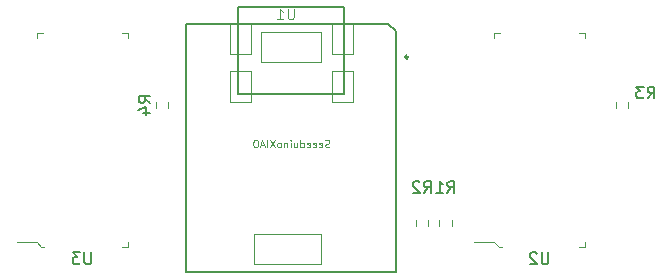
<source format=gbr>
%TF.GenerationSoftware,KiCad,Pcbnew,(6.0.9)*%
%TF.CreationDate,2022-12-02T11:33:43-08:00*%
%TF.ProjectId,keyboard_left,6b657962-6f61-4726-945f-6c6566742e6b,rev?*%
%TF.SameCoordinates,Original*%
%TF.FileFunction,Legend,Bot*%
%TF.FilePolarity,Positive*%
%FSLAX46Y46*%
G04 Gerber Fmt 4.6, Leading zero omitted, Abs format (unit mm)*
G04 Created by KiCad (PCBNEW (6.0.9)) date 2022-12-02 11:33:43*
%MOMM*%
%LPD*%
G01*
G04 APERTURE LIST*
%ADD10C,0.150000*%
%ADD11C,0.101600*%
%ADD12C,0.076200*%
%ADD13C,0.120000*%
%ADD14C,0.100000*%
%ADD15C,0.066040*%
%ADD16C,0.127000*%
%ADD17C,0.254000*%
G04 APERTURE END LIST*
D10*
%TO.C,R1*%
X101666666Y-35952380D02*
X102000000Y-35476190D01*
X102238095Y-35952380D02*
X102238095Y-34952380D01*
X101857142Y-34952380D01*
X101761904Y-35000000D01*
X101714285Y-35047619D01*
X101666666Y-35142857D01*
X101666666Y-35285714D01*
X101714285Y-35380952D01*
X101761904Y-35428571D01*
X101857142Y-35476190D01*
X102238095Y-35476190D01*
X100714285Y-35952380D02*
X101285714Y-35952380D01*
X101000000Y-35952380D02*
X101000000Y-34952380D01*
X101095238Y-35095238D01*
X101190476Y-35190476D01*
X101285714Y-35238095D01*
%TO.C,U3*%
X71501904Y-40992380D02*
X71501904Y-41801904D01*
X71454285Y-41897142D01*
X71406666Y-41944761D01*
X71311428Y-41992380D01*
X71120952Y-41992380D01*
X71025714Y-41944761D01*
X70978095Y-41897142D01*
X70930476Y-41801904D01*
X70930476Y-40992380D01*
X70549523Y-40992380D02*
X69930476Y-40992380D01*
X70263809Y-41373333D01*
X70120952Y-41373333D01*
X70025714Y-41420952D01*
X69978095Y-41468571D01*
X69930476Y-41563809D01*
X69930476Y-41801904D01*
X69978095Y-41897142D01*
X70025714Y-41944761D01*
X70120952Y-41992380D01*
X70406666Y-41992380D01*
X70501904Y-41944761D01*
X70549523Y-41897142D01*
%TO.C,R2*%
X99666666Y-35952380D02*
X100000000Y-35476190D01*
X100238095Y-35952380D02*
X100238095Y-34952380D01*
X99857142Y-34952380D01*
X99761904Y-35000000D01*
X99714285Y-35047619D01*
X99666666Y-35142857D01*
X99666666Y-35285714D01*
X99714285Y-35380952D01*
X99761904Y-35428571D01*
X99857142Y-35476190D01*
X100238095Y-35476190D01*
X99285714Y-35047619D02*
X99238095Y-35000000D01*
X99142857Y-34952380D01*
X98904761Y-34952380D01*
X98809523Y-35000000D01*
X98761904Y-35047619D01*
X98714285Y-35142857D01*
X98714285Y-35238095D01*
X98761904Y-35380952D01*
X99333333Y-35952380D01*
X98714285Y-35952380D01*
%TO.C,R3*%
X118616666Y-27952380D02*
X118950000Y-27476190D01*
X119188095Y-27952380D02*
X119188095Y-26952380D01*
X118807142Y-26952380D01*
X118711904Y-27000000D01*
X118664285Y-27047619D01*
X118616666Y-27142857D01*
X118616666Y-27285714D01*
X118664285Y-27380952D01*
X118711904Y-27428571D01*
X118807142Y-27476190D01*
X119188095Y-27476190D01*
X118283333Y-26952380D02*
X117664285Y-26952380D01*
X117997619Y-27333333D01*
X117854761Y-27333333D01*
X117759523Y-27380952D01*
X117711904Y-27428571D01*
X117664285Y-27523809D01*
X117664285Y-27761904D01*
X117711904Y-27857142D01*
X117759523Y-27904761D01*
X117854761Y-27952380D01*
X118140476Y-27952380D01*
X118235714Y-27904761D01*
X118283333Y-27857142D01*
%TO.C,R4*%
X76522380Y-28333333D02*
X76046190Y-28000000D01*
X76522380Y-27761904D02*
X75522380Y-27761904D01*
X75522380Y-28142857D01*
X75570000Y-28238095D01*
X75617619Y-28285714D01*
X75712857Y-28333333D01*
X75855714Y-28333333D01*
X75950952Y-28285714D01*
X75998571Y-28238095D01*
X76046190Y-28142857D01*
X76046190Y-27761904D01*
X75855714Y-29190476D02*
X76522380Y-29190476D01*
X75474761Y-28952380D02*
X76189047Y-28714285D01*
X76189047Y-29333333D01*
D11*
%TO.C,U1*%
X88677243Y-20350976D02*
X88677243Y-21070643D01*
X88634910Y-21155310D01*
X88592576Y-21197643D01*
X88507910Y-21239976D01*
X88338576Y-21239976D01*
X88253910Y-21197643D01*
X88211576Y-21155310D01*
X88169243Y-21070643D01*
X88169243Y-20350976D01*
X87280243Y-21239976D02*
X87788243Y-21239976D01*
X87534243Y-21239976D02*
X87534243Y-20350976D01*
X87618910Y-20477976D01*
X87703576Y-20562643D01*
X87788243Y-20604976D01*
D12*
X91666581Y-32070052D02*
X91579495Y-32099081D01*
X91434352Y-32099081D01*
X91376295Y-32070052D01*
X91347267Y-32041024D01*
X91318238Y-31982967D01*
X91318238Y-31924910D01*
X91347267Y-31866852D01*
X91376295Y-31837824D01*
X91434352Y-31808795D01*
X91550467Y-31779767D01*
X91608524Y-31750738D01*
X91637552Y-31721710D01*
X91666581Y-31663652D01*
X91666581Y-31605595D01*
X91637552Y-31547538D01*
X91608524Y-31518510D01*
X91550467Y-31489481D01*
X91405324Y-31489481D01*
X91318238Y-31518510D01*
X90824752Y-32070052D02*
X90882810Y-32099081D01*
X90998924Y-32099081D01*
X91056981Y-32070052D01*
X91086010Y-32011995D01*
X91086010Y-31779767D01*
X91056981Y-31721710D01*
X90998924Y-31692681D01*
X90882810Y-31692681D01*
X90824752Y-31721710D01*
X90795724Y-31779767D01*
X90795724Y-31837824D01*
X91086010Y-31895881D01*
X90302238Y-32070052D02*
X90360295Y-32099081D01*
X90476410Y-32099081D01*
X90534467Y-32070052D01*
X90563495Y-32011995D01*
X90563495Y-31779767D01*
X90534467Y-31721710D01*
X90476410Y-31692681D01*
X90360295Y-31692681D01*
X90302238Y-31721710D01*
X90273210Y-31779767D01*
X90273210Y-31837824D01*
X90563495Y-31895881D01*
X89779724Y-32070052D02*
X89837781Y-32099081D01*
X89953895Y-32099081D01*
X90011952Y-32070052D01*
X90040981Y-32011995D01*
X90040981Y-31779767D01*
X90011952Y-31721710D01*
X89953895Y-31692681D01*
X89837781Y-31692681D01*
X89779724Y-31721710D01*
X89750695Y-31779767D01*
X89750695Y-31837824D01*
X90040981Y-31895881D01*
X89228181Y-32099081D02*
X89228181Y-31489481D01*
X89228181Y-32070052D02*
X89286238Y-32099081D01*
X89402352Y-32099081D01*
X89460410Y-32070052D01*
X89489438Y-32041024D01*
X89518467Y-31982967D01*
X89518467Y-31808795D01*
X89489438Y-31750738D01*
X89460410Y-31721710D01*
X89402352Y-31692681D01*
X89286238Y-31692681D01*
X89228181Y-31721710D01*
X88676638Y-31692681D02*
X88676638Y-32099081D01*
X88937895Y-31692681D02*
X88937895Y-32011995D01*
X88908867Y-32070052D01*
X88850810Y-32099081D01*
X88763724Y-32099081D01*
X88705667Y-32070052D01*
X88676638Y-32041024D01*
X88386352Y-32099081D02*
X88386352Y-31692681D01*
X88386352Y-31489481D02*
X88415381Y-31518510D01*
X88386352Y-31547538D01*
X88357324Y-31518510D01*
X88386352Y-31489481D01*
X88386352Y-31547538D01*
X88096067Y-31692681D02*
X88096067Y-32099081D01*
X88096067Y-31750738D02*
X88067038Y-31721710D01*
X88008981Y-31692681D01*
X87921895Y-31692681D01*
X87863838Y-31721710D01*
X87834810Y-31779767D01*
X87834810Y-32099081D01*
X87457438Y-32099081D02*
X87515495Y-32070052D01*
X87544524Y-32041024D01*
X87573552Y-31982967D01*
X87573552Y-31808795D01*
X87544524Y-31750738D01*
X87515495Y-31721710D01*
X87457438Y-31692681D01*
X87370352Y-31692681D01*
X87312295Y-31721710D01*
X87283267Y-31750738D01*
X87254238Y-31808795D01*
X87254238Y-31982967D01*
X87283267Y-32041024D01*
X87312295Y-32070052D01*
X87370352Y-32099081D01*
X87457438Y-32099081D01*
X87051038Y-31489481D02*
X86644638Y-32099081D01*
X86644638Y-31489481D02*
X87051038Y-32099081D01*
X86412410Y-32099081D02*
X86412410Y-31489481D01*
X86151152Y-31924910D02*
X85860867Y-31924910D01*
X86209210Y-32099081D02*
X86006010Y-31489481D01*
X85802810Y-32099081D01*
X85483495Y-31489481D02*
X85367381Y-31489481D01*
X85309324Y-31518510D01*
X85251267Y-31576567D01*
X85222238Y-31692681D01*
X85222238Y-31895881D01*
X85251267Y-32011995D01*
X85309324Y-32070052D01*
X85367381Y-32099081D01*
X85483495Y-32099081D01*
X85541552Y-32070052D01*
X85599610Y-32011995D01*
X85628638Y-31895881D01*
X85628638Y-31692681D01*
X85599610Y-31576567D01*
X85541552Y-31518510D01*
X85483495Y-31489481D01*
D10*
%TO.C,U2*%
X110211904Y-40992380D02*
X110211904Y-41801904D01*
X110164285Y-41897142D01*
X110116666Y-41944761D01*
X110021428Y-41992380D01*
X109830952Y-41992380D01*
X109735714Y-41944761D01*
X109688095Y-41897142D01*
X109640476Y-41801904D01*
X109640476Y-40992380D01*
X109211904Y-41087619D02*
X109164285Y-41040000D01*
X109069047Y-40992380D01*
X108830952Y-40992380D01*
X108735714Y-41040000D01*
X108688095Y-41087619D01*
X108640476Y-41182857D01*
X108640476Y-41278095D01*
X108688095Y-41420952D01*
X109259523Y-41992380D01*
X108640476Y-41992380D01*
D13*
%TO.C,R1*%
X102022500Y-38245276D02*
X102022500Y-38754724D01*
X100977500Y-38245276D02*
X100977500Y-38754724D01*
D14*
%TO.C,U3*%
X66890000Y-22450000D02*
X66890000Y-22850000D01*
X74590000Y-40550000D02*
X74590000Y-40150000D01*
X66890000Y-40150000D02*
X65190000Y-40150000D01*
X67290000Y-40550000D02*
X67540000Y-40550000D01*
X66890000Y-22450000D02*
X67390000Y-22450000D01*
X66890000Y-40150000D02*
X67290000Y-40550000D01*
X74590000Y-40550000D02*
X74090000Y-40550000D01*
X74590000Y-22450000D02*
X74090000Y-22450000D01*
X74590000Y-22450000D02*
X74590000Y-22850000D01*
D13*
%TO.C,R2*%
X100022500Y-38245276D02*
X100022500Y-38754724D01*
X98977500Y-38245276D02*
X98977500Y-38754724D01*
%TO.C,R3*%
X116972500Y-28245276D02*
X116972500Y-28754724D01*
X115927500Y-28245276D02*
X115927500Y-28754724D01*
%TO.C,R4*%
X76977500Y-28245276D02*
X76977500Y-28754724D01*
X78022500Y-28245276D02*
X78022500Y-28754724D01*
D15*
%TO.C,U1*%
X91873410Y-28269850D02*
X91873410Y-25600310D01*
X85015410Y-28269850D02*
X85015410Y-25600310D01*
X93651410Y-24203310D02*
X93651410Y-21536310D01*
D16*
X79536630Y-21620130D02*
X96663850Y-21620130D01*
X79536630Y-42618310D02*
X79536630Y-21620130D01*
X83940990Y-20195190D02*
X83940990Y-27548490D01*
X83940990Y-27548490D02*
X92940210Y-27548490D01*
D15*
X93651410Y-24203310D02*
X91873410Y-24203310D01*
X83237410Y-24203310D02*
X83237410Y-21536310D01*
X90984410Y-24838310D02*
X85904410Y-24838310D01*
X83237410Y-28269850D02*
X83237410Y-25600310D01*
D16*
X97334410Y-22290690D02*
X97334410Y-42618310D01*
X92935130Y-20195190D02*
X83940990Y-20195190D01*
D15*
X90984410Y-24838310D02*
X90984410Y-22298310D01*
X90984410Y-41983310D02*
X90984410Y-39443310D01*
D16*
X92940210Y-27548490D02*
X92940210Y-20195190D01*
X96663850Y-21620130D02*
X97334410Y-22290690D01*
D15*
X93651410Y-28269850D02*
X91873410Y-28269850D01*
X85015410Y-24203310D02*
X85015410Y-21536310D01*
X90984410Y-41983310D02*
X85269410Y-41983310D01*
X85269410Y-41983310D02*
X85269410Y-39443310D01*
X90984410Y-39443310D02*
X85269410Y-39443310D01*
X85015410Y-25600310D02*
X83237410Y-25600310D01*
X93651410Y-25600310D02*
X91873410Y-25600310D01*
X85015410Y-28269850D02*
X83237410Y-28269850D01*
X90984410Y-22298310D02*
X85904410Y-22298310D01*
D16*
X97334410Y-42618310D02*
X79536630Y-42618310D01*
D15*
X85015410Y-21536310D02*
X83237410Y-21536310D01*
X85015410Y-24203310D02*
X83237410Y-24203310D01*
X91873410Y-24203310D02*
X91873410Y-21536310D01*
X93651410Y-21536310D02*
X91873410Y-21536310D01*
X93651410Y-28269850D02*
X93651410Y-25600310D01*
X85904410Y-24838310D02*
X85904410Y-22298310D01*
D17*
X98350410Y-24457310D02*
G75*
G03*
X98350410Y-24457310I-127000J0D01*
G01*
D14*
%TO.C,U2*%
X105600000Y-40150000D02*
X103900000Y-40150000D01*
X113300000Y-40550000D02*
X112800000Y-40550000D01*
X105600000Y-40150000D02*
X106000000Y-40550000D01*
X105600000Y-22450000D02*
X106100000Y-22450000D01*
X113300000Y-40550000D02*
X113300000Y-40150000D01*
X106000000Y-40550000D02*
X106250000Y-40550000D01*
X105600000Y-22450000D02*
X105600000Y-22850000D01*
X113300000Y-22450000D02*
X113300000Y-22850000D01*
X113300000Y-22450000D02*
X112800000Y-22450000D01*
%TD*%
M02*

</source>
